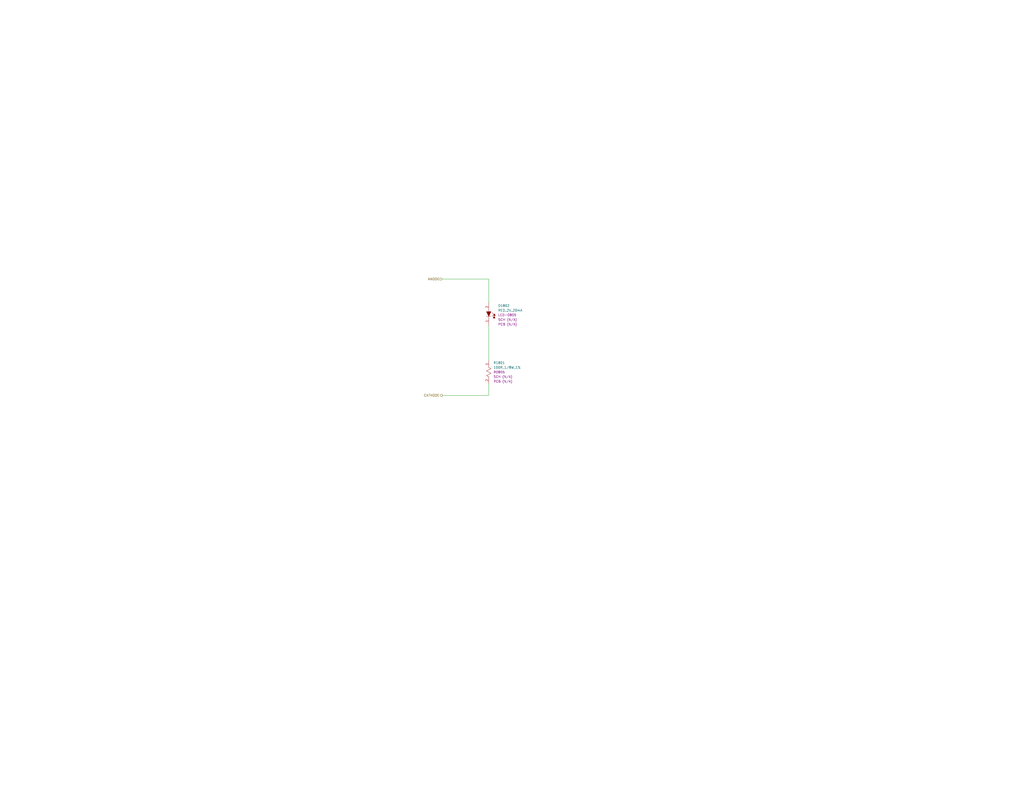
<source format=kicad_sch>
(kicad_sch (version 20231120) (generator "eeschema") (generator_version "8.0")
  (paper "C")
  (lib_symbols
    (symbol "_SCHLIB_Mini-Scoreboard:DIODE_LED_RED_2V_20mA_624nm_LED-0805"
      (property "Reference" "D" (at 3.556 4.064 0))
      (property "Value" "RED_2V_20mA" (at 3.81 6.604 0))
      (property "Package" "LED-0805" (at 3.81 35.306 0))
      (property "SCH CHECK" "SCH (N/A)" (at 3.81 29.972 0))
      (property "PCB CHECK" "PCB (N/A)" (at 3.81 32.512 0))
      (symbol "DIODE_LED_RED_2V_20mA_624nm_LED-0805_0_1"
        (polyline (pts (xy 5.588 1.905) (xy 6.604 2.794)))
        (polyline (pts (xy 7.239 1.905) (xy 8.001 2.667)))
        (polyline (pts (xy 7.62 -1.27) (xy 7.62 1.27)))
        (polyline (pts (xy 5.08 1.27) (xy 5.08 -1.27) (xy 7.62 0) (xy 5.08 1.27)) (fill (type outline)))
        (polyline (pts (xy 6.223 3.302) (xy 7.112 2.413) (xy 7.366 3.556) (xy 6.223 3.302)) (fill (type outline)))
        (polyline (pts (xy 7.62 3.175) (xy 8.509 2.286) (xy 8.763 3.429) (xy 7.62 3.175)) (fill (type outline)))
      )
      (symbol "DIODE_LED_RED_2V_20mA_624nm_LED-0805_1_1"
        (pin passive line (at 12.7 0 180) (length 5.08) (name "") (number "1"))
        (pin passive line (at 0 0 0) (length 5.08) (name "") (number "2"))
      )
    )
    (symbol "_SCHLIB_Mini-Scoreboard:RES_100R_1/8W_1%_R0805"
      (property "Reference" "R" (at 3.556 4.064 0))
      (property "Value" "100R_1/8W_1%" (at 3.81 6.604 0))
      (property "Package" "R0805" (at 3.81 35.306 0))
      (property "SCH CHECK" "SCH (N/A)" (at 3.81 29.972 0))
      (property "PCB CHECK" "PCB (N/A)" (at 3.81 32.512 0))
      (symbol "RES_100R_1/8W_1%_R0805_0_0"
        (polyline (pts (xy 3.81 0) (xy 4.445 1.27) (xy 5.715 -1.27) (xy 6.985 1.27) (xy 8.255 -1.27) (xy 8.89 0)))
      )
      (symbol "RES_100R_1/8W_1%_R0805_1_1"
        (pin passive line (at 0 0 0) (length 3.81) (name "") (number "1"))
        (pin passive line (at 12.7 0 180) (length 3.81) (name "") (number "2"))
      )
    )
  )
  (wire (pts (xy 266.7 215.9) (xy 266.7 209.55)))
  (wire (pts (xy 241.3 215.9) (xy 266.7 215.9)))
  (wire (pts (xy 266.7 152.4) (xy 266.7 165.1)))
  (wire (pts (xy 266.7 177.8) (xy 266.7 196.85)))
  (wire (pts (xy 241.3 152.4) (xy 266.7 152.4)))
  (hierarchical_label "ANODE" (shape input) (at 241.3 152.4 180))
  (hierarchical_label "CATHODE" (shape output) (at 241.3 215.9 180))
  (symbol (lib_id "_SCHLIB_Mini-Scoreboard:RES_100R_1/8W_1%_R0805") (at 266.7 196.85 270) (unit 1)
    (property "Reference" "R1801" (at 269.24 198.1199 90) (effects (justify left)))
    (property "Value" "100R_1/8W_1%" (at 269.24 200.6599 90) (effects (justify left)))
    (property "Footprint" "Resistor_SMD:R_0805_2012Metric" (effects (hide yes)))
    (property "Datasheet" "https://www.seielect.com/catalog/sei-rmcf_rmcp.pdf" (effects (hide yes)))
    (property "Description" "100 Ohms ±1% 0.125W, 1/8W Chip Resistor 0805 (2012 Metric) Automotive AEC-Q200 Thick Film" (effects (hide yes)))
    (property "Package" "R0805" (at 269.24 203.1999 90) (effects (justify left)))
    (property "Part Number (Manufacturer)" "RMCF0805FT100R" (effects (hide yes)))
    (property "Manufacturer" "Stackpole Electronics Inc" (effects (hide yes)))
    (property "Part Number (Vendor)" "RMCF0805FT100RTR-ND" (effects (hide yes)))
    (property "Vendor" "Digikey" (effects (hide yes)))
    (property "Purchase Link" "https://www.digikey.ca/en/products/detail/stackpole-electronics-inc/RMCF0805FT100R/1760711" (effects (hide yes)))
    (property "SCH CHECK" "SCH (N/A)" (at 269.24 205.7399 90) (effects (justify left)))
    (property "PCB CHECK" "PCB (N/A)" (at 269.24 208.2799 90) (effects (justify left)))
    (instances (project "" (path "" (reference "R1801") (unit 1)) (path "" (reference "R1101") (unit 1)) (path "" (reference "R1401") (unit 1)) (path "" (reference "R1501") (unit 1)) (path "" (reference "R1001") (unit 1)) (path "" (reference "R1301") (unit 1)) (path "" (reference "R1701") (unit 1)) (path "" (reference "R2201") (unit 1)) (path "" (reference "R2101") (unit 1)) (path "" (reference "R1901") (unit 1)) (path "" (reference "R1201") (unit 1)) (path "" (reference "R2001") (unit 1)) (path "" (reference "R1601") (unit 1)) (path "" (reference "R901") (unit 1)) (path "" (reference "R19501") (unit 1)) (path "" (reference "R19101") (unit 1)) (path "" (reference "R18801") (unit 1)) (path "" (reference "R18901") (unit 1)) (path "" (reference "R19201") (unit 1)) (path "" (reference "R19001") (unit 1)) (path "" (reference "R19601") (unit 1)) (path "" (reference "R18401") (unit 1)) (path "" (reference "R18501") (unit 1)) (path "" (reference "R18601") (unit 1)) (path "" (reference "R19301") (unit 1)) (path "" (reference "R18701") (unit 1)) (path "" (reference "R19701") (unit 1)) (path "" (reference "R19401") (unit 1)) (path "" (reference "R21001") (unit 1)) (path "" (reference "R20601") (unit 1)) (path "" (reference "R20301") (unit 1)) (path "" (reference "R20401") (unit 1)) (path "" (reference "R20701") (unit 1)) (path "" (reference "R20501") (unit 1)) (path "" (reference "R21101") (unit 1)) (path "" (reference "R19901") (unit 1)) (path "" (reference "R20001") (unit 1)) (path "" (reference "R20101") (unit 1)) (path "" (reference "R20801") (unit 1)) (path "" (reference "R20201") (unit 1)) (path "" (reference "R21201") (unit 1)) (path "" (reference "R20901") (unit 1)) (path "" (reference "R7601") (unit 1)) (path "" (reference "R7201") (unit 1)) (path "" (reference "R6701") (unit 1)) (path "" (reference "R7001") (unit 1)) (path "" (reference "R7101") (unit 1)) (path "" (reference "R6801") (unit 1)) (path "" (reference "R7501") (unit 1)) (path "" (reference "R7901") (unit 1)) (path "" (reference "R7801") (unit 1)) (path "" (reference "R8001") (unit 1)) (path "" (reference "R6901") (unit 1)) (path "" (reference "R7701") (unit 1)) (path "" (reference "R7401") (unit 1)) (path "" (reference "R7301") (unit 1)) (path "" (reference "R6101") (unit 1)) (path "" (reference "R5701") (unit 1)) (path "" (reference "R5201") (unit 1)) (path "" (reference "R5501") (unit 1)) (path "" (reference "R5601") (unit 1)) (path "" (reference "R5301") (unit 1)) (path "" (reference "R6001") (unit 1)) (path "" (reference "R6401") (unit 1)) (path "" (reference "R6301") (unit 1)) (path "" (reference "R6501") (unit 1)) (path "" (reference "R5401") (unit 1)) (path "" (reference "R6201") (unit 1)) (path "" (reference "R5901") (unit 1)) (path "" (reference "R5801") (unit 1)) (path "" (reference "R15701") (unit 1)) (path "" (reference "R15301") (unit 1)) (path "" (reference "R14801") (unit 1)) (path "" (reference "R15101") (unit 1)) (path "" (reference "R15201") (unit 1)) (path "" (reference "R14901") (unit 1)) (path "" (reference "R15601") (unit 1)) (path "" (reference "R16001") (unit 1)) (path "" (reference "R15901") (unit 1)) (path "" (reference "R16101") (unit 1)) (path "" (reference "R15001") (unit 1)) (path "" (reference "R15801") (unit 1)) (path "" (reference "R15501") (unit 1)) (path "" (reference "R15401") (unit 1))))
  )
  (symbol (lib_id "_SCHLIB_Mini-Scoreboard:DIODE_LED_RED_2V_20mA_624nm_LED-0805") (at 266.7 165.1 270) (unit 1)
    (property "Reference" "D1802" (at 271.78 166.9414 90) (effects (justify left)))
    (property "Value" "RED_2V_20mA" (at 271.78 169.4814 90) (effects (justify left)))
    (property "Footprint" "LED_SMD:LED_0805_2012Metric" (effects (hide yes)))
    (property "Datasheet" "https://mm.digikey.com/Volume0/opasdata/d220001/medias/docus/3750/B1701USD-20D000114U1930.pdf" (effects (hide yes)))
    (property "Description" "Red 624nm LED Indication - Discrete 2V 0805 (2012 Metric)" (effects (hide yes)))
    (property "Package" "LED-0805" (at 271.78 172.0214 90) (effects (justify left)))
    (property "Part Number (Manufacturer)" "B1701USD-20D000114U1930" (effects (hide yes)))
    (property "Manufacturer" "Harvatek Corporation" (effects (hide yes)))
    (property "Part Number (Vendor)" "3147-B1701USD-20D000114U1930TR-ND" (effects (hide yes)))
    (property "Vendor" "Digikey" (effects (hide yes)))
    (property "Purchase Link" "https://www.digikey.ca/en/products/detail/harvatek-corporation/B1701USD-20D000114U1930/16671746" (effects (hide yes)))
    (property "SCH CHECK" "SCH (N/A)" (at 271.78 174.5614 90) (effects (justify left)))
    (property "PCB CHECK" "PCB (N/A)" (at 271.78 177.1014 90) (effects (justify left)))
    (instances (project "_HW_Mini-Scoreboard" (path "" (reference "D1802") (unit 1)) (path "" (reference "D1102") (unit 1)) (path "" (reference "D1402") (unit 1)) (path "" (reference "D1502") (unit 1)) (path "" (reference "D1002") (unit 1)) (path "" (reference "D1302") (unit 1)) (path "" (reference "D1702") (unit 1)) (path "" (reference "D2202") (unit 1)) (path "" (reference "D2102") (unit 1)) (path "" (reference "D1902") (unit 1)) (path "" (reference "D1202") (unit 1)) (path "" (reference "D2002") (unit 1)) (path "" (reference "D1602") (unit 1)) (path "" (reference "D902") (unit 1)) (path "" (reference "D19502") (unit 1)) (path "" (reference "D19102") (unit 1)) (path "" (reference "D18802") (unit 1)) (path "" (reference "D18902") (unit 1)) (path "" (reference "D19202") (unit 1)) (path "" (reference "D19002") (unit 1)) (path "" (reference "D19602") (unit 1)) (path "" (reference "D18402") (unit 1)) (path "" (reference "D18502") (unit 1)) (path "" (reference "D18602") (unit 1)) (path "" (reference "D19302") (unit 1)) (path "" (reference "D18702") (unit 1)) (path "" (reference "D19702") (unit 1)) (path "" (reference "D19402") (unit 1)) (path "" (reference "D21002") (unit 1)) (path "" (reference "D20602") (unit 1)) (path "" (reference "D20302") (unit 1)) (path "" (reference "D20402") (unit 1)) (path "" (reference "D20702") (unit 1)) (path "" (reference "D20502") (unit 1)) (path "" (reference "D21102") (unit 1)) (path "" (reference "D19902") (unit 1)) (path "" (reference "D20002") (unit 1)) (path "" (reference "D20102") (unit 1)) (path "" (reference "D20802") (unit 1)) (path "" (reference "D20202") (unit 1)) (path "" (reference "D21202") (unit 1)) (path "" (reference "D20902") (unit 1)) (path "" (reference "D7602") (unit 1)) (path "" (reference "D7202") (unit 1)) (path "" (reference "D6702") (unit 1)) (path "" (reference "D7002") (unit 1)) (path "" (reference "D7102") (unit 1)) (path "" (reference "D6802") (unit 1)) (path "" (reference "D7502") (unit 1)) (path "" (reference "D7902") (unit 1)) (path "" (reference "D7802") (unit 1)) (path "" (reference "D8002") (unit 1)) (path "" (reference "D6902") (unit 1)) (path "" (reference "D7702") (unit 1)) (path "" (reference "D7402") (unit 1)) (path "" (reference "D7302") (unit 1)) (path "" (reference "D6102") (unit 1)) (path "" (reference "D5702") (unit 1)) (path "" (reference "D5202") (unit 1)) (path "" (reference "D5502") (unit 1)) (path "" (reference "D5602") (unit 1)) (path "" (reference "D5302") (unit 1)) (path "" (reference "D6002") (unit 1)) (path "" (reference "D6402") (unit 1)) (path "" (reference "D6302") (unit 1)) (path "" (reference "D6502") (unit 1)) (path "" (reference "D5402") (unit 1)) (path "" (reference "D6202") (unit 1)) (path "" (reference "D5902") (unit 1)) (path "" (reference "D5802") (unit 1)) (path "" (reference "D15702") (unit 1)) (path "" (reference "D15302") (unit 1)) (path "" (reference "D14802") (unit 1)) (path "" (reference "D15102") (unit 1)) (path "" (reference "D15202") (unit 1)) (path "" (reference "D14902") (unit 1)) (path "" (reference "D15602") (unit 1)) (path "" (reference "D16002") (unit 1)) (path "" (reference "D15902") (unit 1)) (path "" (reference "D16102") (unit 1)) (path "" (reference "D15002") (unit 1)) (path "" (reference "D15802") (unit 1)) (path "" (reference "D15502") (unit 1)) (path "" (reference "D15402") (unit 1))))
  )
)
</source>
